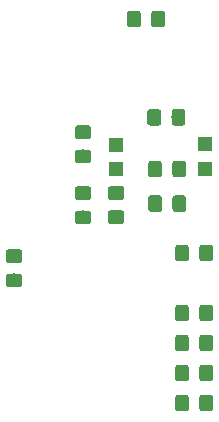
<source format=gtp>
G04 #@! TF.GenerationSoftware,KiCad,Pcbnew,(5.1.2)-2*
G04 #@! TF.CreationDate,2019-07-28T18:44:43-04:00*
G04 #@! TF.ProjectId,LED-Music,4c45442d-4d75-4736-9963-2e6b69636164,rev?*
G04 #@! TF.SameCoordinates,Original*
G04 #@! TF.FileFunction,Paste,Top*
G04 #@! TF.FilePolarity,Positive*
%FSLAX46Y46*%
G04 Gerber Fmt 4.6, Leading zero omitted, Abs format (unit mm)*
G04 Created by KiCad (PCBNEW (5.1.2)-2) date 2019-07-28 18:44:43*
%MOMM*%
%LPD*%
G04 APERTURE LIST*
%ADD10C,0.100000*%
%ADD11C,1.150000*%
%ADD12R,1.200000X1.200000*%
G04 APERTURE END LIST*
D10*
G36*
X152731505Y-73215204D02*
G01*
X152755773Y-73218804D01*
X152779572Y-73224765D01*
X152802671Y-73233030D01*
X152824850Y-73243520D01*
X152845893Y-73256132D01*
X152865599Y-73270747D01*
X152883777Y-73287223D01*
X152900253Y-73305401D01*
X152914868Y-73325107D01*
X152927480Y-73346150D01*
X152937970Y-73368329D01*
X152946235Y-73391428D01*
X152952196Y-73415227D01*
X152955796Y-73439495D01*
X152957000Y-73463999D01*
X152957000Y-74364001D01*
X152955796Y-74388505D01*
X152952196Y-74412773D01*
X152946235Y-74436572D01*
X152937970Y-74459671D01*
X152927480Y-74481850D01*
X152914868Y-74502893D01*
X152900253Y-74522599D01*
X152883777Y-74540777D01*
X152865599Y-74557253D01*
X152845893Y-74571868D01*
X152824850Y-74584480D01*
X152802671Y-74594970D01*
X152779572Y-74603235D01*
X152755773Y-74609196D01*
X152731505Y-74612796D01*
X152707001Y-74614000D01*
X152056999Y-74614000D01*
X152032495Y-74612796D01*
X152008227Y-74609196D01*
X151984428Y-74603235D01*
X151961329Y-74594970D01*
X151939150Y-74584480D01*
X151918107Y-74571868D01*
X151898401Y-74557253D01*
X151880223Y-74540777D01*
X151863747Y-74522599D01*
X151849132Y-74502893D01*
X151836520Y-74481850D01*
X151826030Y-74459671D01*
X151817765Y-74436572D01*
X151811804Y-74412773D01*
X151808204Y-74388505D01*
X151807000Y-74364001D01*
X151807000Y-73463999D01*
X151808204Y-73439495D01*
X151811804Y-73415227D01*
X151817765Y-73391428D01*
X151826030Y-73368329D01*
X151836520Y-73346150D01*
X151849132Y-73325107D01*
X151863747Y-73305401D01*
X151880223Y-73287223D01*
X151898401Y-73270747D01*
X151918107Y-73256132D01*
X151939150Y-73243520D01*
X151961329Y-73233030D01*
X151984428Y-73224765D01*
X152008227Y-73218804D01*
X152032495Y-73215204D01*
X152056999Y-73214000D01*
X152707001Y-73214000D01*
X152731505Y-73215204D01*
X152731505Y-73215204D01*
G37*
D11*
X152382000Y-73914000D03*
D10*
G36*
X154781505Y-73215204D02*
G01*
X154805773Y-73218804D01*
X154829572Y-73224765D01*
X154852671Y-73233030D01*
X154874850Y-73243520D01*
X154895893Y-73256132D01*
X154915599Y-73270747D01*
X154933777Y-73287223D01*
X154950253Y-73305401D01*
X154964868Y-73325107D01*
X154977480Y-73346150D01*
X154987970Y-73368329D01*
X154996235Y-73391428D01*
X155002196Y-73415227D01*
X155005796Y-73439495D01*
X155007000Y-73463999D01*
X155007000Y-74364001D01*
X155005796Y-74388505D01*
X155002196Y-74412773D01*
X154996235Y-74436572D01*
X154987970Y-74459671D01*
X154977480Y-74481850D01*
X154964868Y-74502893D01*
X154950253Y-74522599D01*
X154933777Y-74540777D01*
X154915599Y-74557253D01*
X154895893Y-74571868D01*
X154874850Y-74584480D01*
X154852671Y-74594970D01*
X154829572Y-74603235D01*
X154805773Y-74609196D01*
X154781505Y-74612796D01*
X154757001Y-74614000D01*
X154106999Y-74614000D01*
X154082495Y-74612796D01*
X154058227Y-74609196D01*
X154034428Y-74603235D01*
X154011329Y-74594970D01*
X153989150Y-74584480D01*
X153968107Y-74571868D01*
X153948401Y-74557253D01*
X153930223Y-74540777D01*
X153913747Y-74522599D01*
X153899132Y-74502893D01*
X153886520Y-74481850D01*
X153876030Y-74459671D01*
X153867765Y-74436572D01*
X153861804Y-74412773D01*
X153858204Y-74388505D01*
X153857000Y-74364001D01*
X153857000Y-73463999D01*
X153858204Y-73439495D01*
X153861804Y-73415227D01*
X153867765Y-73391428D01*
X153876030Y-73368329D01*
X153886520Y-73346150D01*
X153899132Y-73325107D01*
X153913747Y-73305401D01*
X153930223Y-73287223D01*
X153948401Y-73270747D01*
X153968107Y-73256132D01*
X153989150Y-73243520D01*
X154011329Y-73233030D01*
X154034428Y-73224765D01*
X154058227Y-73218804D01*
X154082495Y-73215204D01*
X154106999Y-73214000D01*
X154757001Y-73214000D01*
X154781505Y-73215204D01*
X154781505Y-73215204D01*
G37*
D11*
X154432000Y-73914000D03*
D12*
X150876000Y-86648000D03*
X150876000Y-84548000D03*
D10*
G36*
X151350505Y-90113204D02*
G01*
X151374773Y-90116804D01*
X151398572Y-90122765D01*
X151421671Y-90131030D01*
X151443850Y-90141520D01*
X151464893Y-90154132D01*
X151484599Y-90168747D01*
X151502777Y-90185223D01*
X151519253Y-90203401D01*
X151533868Y-90223107D01*
X151546480Y-90244150D01*
X151556970Y-90266329D01*
X151565235Y-90289428D01*
X151571196Y-90313227D01*
X151574796Y-90337495D01*
X151576000Y-90361999D01*
X151576000Y-91012001D01*
X151574796Y-91036505D01*
X151571196Y-91060773D01*
X151565235Y-91084572D01*
X151556970Y-91107671D01*
X151546480Y-91129850D01*
X151533868Y-91150893D01*
X151519253Y-91170599D01*
X151502777Y-91188777D01*
X151484599Y-91205253D01*
X151464893Y-91219868D01*
X151443850Y-91232480D01*
X151421671Y-91242970D01*
X151398572Y-91251235D01*
X151374773Y-91257196D01*
X151350505Y-91260796D01*
X151326001Y-91262000D01*
X150425999Y-91262000D01*
X150401495Y-91260796D01*
X150377227Y-91257196D01*
X150353428Y-91251235D01*
X150330329Y-91242970D01*
X150308150Y-91232480D01*
X150287107Y-91219868D01*
X150267401Y-91205253D01*
X150249223Y-91188777D01*
X150232747Y-91170599D01*
X150218132Y-91150893D01*
X150205520Y-91129850D01*
X150195030Y-91107671D01*
X150186765Y-91084572D01*
X150180804Y-91060773D01*
X150177204Y-91036505D01*
X150176000Y-91012001D01*
X150176000Y-90361999D01*
X150177204Y-90337495D01*
X150180804Y-90313227D01*
X150186765Y-90289428D01*
X150195030Y-90266329D01*
X150205520Y-90244150D01*
X150218132Y-90223107D01*
X150232747Y-90203401D01*
X150249223Y-90185223D01*
X150267401Y-90168747D01*
X150287107Y-90154132D01*
X150308150Y-90141520D01*
X150330329Y-90131030D01*
X150353428Y-90122765D01*
X150377227Y-90116804D01*
X150401495Y-90113204D01*
X150425999Y-90112000D01*
X151326001Y-90112000D01*
X151350505Y-90113204D01*
X151350505Y-90113204D01*
G37*
D11*
X150876000Y-90687000D03*
D10*
G36*
X151350505Y-88063204D02*
G01*
X151374773Y-88066804D01*
X151398572Y-88072765D01*
X151421671Y-88081030D01*
X151443850Y-88091520D01*
X151464893Y-88104132D01*
X151484599Y-88118747D01*
X151502777Y-88135223D01*
X151519253Y-88153401D01*
X151533868Y-88173107D01*
X151546480Y-88194150D01*
X151556970Y-88216329D01*
X151565235Y-88239428D01*
X151571196Y-88263227D01*
X151574796Y-88287495D01*
X151576000Y-88311999D01*
X151576000Y-88962001D01*
X151574796Y-88986505D01*
X151571196Y-89010773D01*
X151565235Y-89034572D01*
X151556970Y-89057671D01*
X151546480Y-89079850D01*
X151533868Y-89100893D01*
X151519253Y-89120599D01*
X151502777Y-89138777D01*
X151484599Y-89155253D01*
X151464893Y-89169868D01*
X151443850Y-89182480D01*
X151421671Y-89192970D01*
X151398572Y-89201235D01*
X151374773Y-89207196D01*
X151350505Y-89210796D01*
X151326001Y-89212000D01*
X150425999Y-89212000D01*
X150401495Y-89210796D01*
X150377227Y-89207196D01*
X150353428Y-89201235D01*
X150330329Y-89192970D01*
X150308150Y-89182480D01*
X150287107Y-89169868D01*
X150267401Y-89155253D01*
X150249223Y-89138777D01*
X150232747Y-89120599D01*
X150218132Y-89100893D01*
X150205520Y-89079850D01*
X150195030Y-89057671D01*
X150186765Y-89034572D01*
X150180804Y-89010773D01*
X150177204Y-88986505D01*
X150176000Y-88962001D01*
X150176000Y-88311999D01*
X150177204Y-88287495D01*
X150180804Y-88263227D01*
X150186765Y-88239428D01*
X150195030Y-88216329D01*
X150205520Y-88194150D01*
X150218132Y-88173107D01*
X150232747Y-88153401D01*
X150249223Y-88135223D01*
X150267401Y-88118747D01*
X150287107Y-88104132D01*
X150308150Y-88091520D01*
X150330329Y-88081030D01*
X150353428Y-88072765D01*
X150377227Y-88066804D01*
X150401495Y-88063204D01*
X150425999Y-88062000D01*
X151326001Y-88062000D01*
X151350505Y-88063204D01*
X151350505Y-88063204D01*
G37*
D11*
X150876000Y-88637000D03*
D10*
G36*
X142714505Y-93406204D02*
G01*
X142738773Y-93409804D01*
X142762572Y-93415765D01*
X142785671Y-93424030D01*
X142807850Y-93434520D01*
X142828893Y-93447132D01*
X142848599Y-93461747D01*
X142866777Y-93478223D01*
X142883253Y-93496401D01*
X142897868Y-93516107D01*
X142910480Y-93537150D01*
X142920970Y-93559329D01*
X142929235Y-93582428D01*
X142935196Y-93606227D01*
X142938796Y-93630495D01*
X142940000Y-93654999D01*
X142940000Y-94305001D01*
X142938796Y-94329505D01*
X142935196Y-94353773D01*
X142929235Y-94377572D01*
X142920970Y-94400671D01*
X142910480Y-94422850D01*
X142897868Y-94443893D01*
X142883253Y-94463599D01*
X142866777Y-94481777D01*
X142848599Y-94498253D01*
X142828893Y-94512868D01*
X142807850Y-94525480D01*
X142785671Y-94535970D01*
X142762572Y-94544235D01*
X142738773Y-94550196D01*
X142714505Y-94553796D01*
X142690001Y-94555000D01*
X141789999Y-94555000D01*
X141765495Y-94553796D01*
X141741227Y-94550196D01*
X141717428Y-94544235D01*
X141694329Y-94535970D01*
X141672150Y-94525480D01*
X141651107Y-94512868D01*
X141631401Y-94498253D01*
X141613223Y-94481777D01*
X141596747Y-94463599D01*
X141582132Y-94443893D01*
X141569520Y-94422850D01*
X141559030Y-94400671D01*
X141550765Y-94377572D01*
X141544804Y-94353773D01*
X141541204Y-94329505D01*
X141540000Y-94305001D01*
X141540000Y-93654999D01*
X141541204Y-93630495D01*
X141544804Y-93606227D01*
X141550765Y-93582428D01*
X141559030Y-93559329D01*
X141569520Y-93537150D01*
X141582132Y-93516107D01*
X141596747Y-93496401D01*
X141613223Y-93478223D01*
X141631401Y-93461747D01*
X141651107Y-93447132D01*
X141672150Y-93434520D01*
X141694329Y-93424030D01*
X141717428Y-93415765D01*
X141741227Y-93409804D01*
X141765495Y-93406204D01*
X141789999Y-93405000D01*
X142690001Y-93405000D01*
X142714505Y-93406204D01*
X142714505Y-93406204D01*
G37*
D11*
X142240000Y-93980000D03*
D10*
G36*
X142714505Y-95456204D02*
G01*
X142738773Y-95459804D01*
X142762572Y-95465765D01*
X142785671Y-95474030D01*
X142807850Y-95484520D01*
X142828893Y-95497132D01*
X142848599Y-95511747D01*
X142866777Y-95528223D01*
X142883253Y-95546401D01*
X142897868Y-95566107D01*
X142910480Y-95587150D01*
X142920970Y-95609329D01*
X142929235Y-95632428D01*
X142935196Y-95656227D01*
X142938796Y-95680495D01*
X142940000Y-95704999D01*
X142940000Y-96355001D01*
X142938796Y-96379505D01*
X142935196Y-96403773D01*
X142929235Y-96427572D01*
X142920970Y-96450671D01*
X142910480Y-96472850D01*
X142897868Y-96493893D01*
X142883253Y-96513599D01*
X142866777Y-96531777D01*
X142848599Y-96548253D01*
X142828893Y-96562868D01*
X142807850Y-96575480D01*
X142785671Y-96585970D01*
X142762572Y-96594235D01*
X142738773Y-96600196D01*
X142714505Y-96603796D01*
X142690001Y-96605000D01*
X141789999Y-96605000D01*
X141765495Y-96603796D01*
X141741227Y-96600196D01*
X141717428Y-96594235D01*
X141694329Y-96585970D01*
X141672150Y-96575480D01*
X141651107Y-96562868D01*
X141631401Y-96548253D01*
X141613223Y-96531777D01*
X141596747Y-96513599D01*
X141582132Y-96493893D01*
X141569520Y-96472850D01*
X141559030Y-96450671D01*
X141550765Y-96427572D01*
X141544804Y-96403773D01*
X141541204Y-96379505D01*
X141540000Y-96355001D01*
X141540000Y-95704999D01*
X141541204Y-95680495D01*
X141544804Y-95656227D01*
X141550765Y-95632428D01*
X141559030Y-95609329D01*
X141569520Y-95587150D01*
X141582132Y-95566107D01*
X141596747Y-95546401D01*
X141613223Y-95528223D01*
X141631401Y-95511747D01*
X141651107Y-95497132D01*
X141672150Y-95484520D01*
X141694329Y-95474030D01*
X141717428Y-95465765D01*
X141741227Y-95459804D01*
X141765495Y-95456204D01*
X141789999Y-95455000D01*
X142690001Y-95455000D01*
X142714505Y-95456204D01*
X142714505Y-95456204D01*
G37*
D11*
X142240000Y-96030000D03*
D10*
G36*
X156577505Y-88836204D02*
G01*
X156601773Y-88839804D01*
X156625572Y-88845765D01*
X156648671Y-88854030D01*
X156670850Y-88864520D01*
X156691893Y-88877132D01*
X156711599Y-88891747D01*
X156729777Y-88908223D01*
X156746253Y-88926401D01*
X156760868Y-88946107D01*
X156773480Y-88967150D01*
X156783970Y-88989329D01*
X156792235Y-89012428D01*
X156798196Y-89036227D01*
X156801796Y-89060495D01*
X156803000Y-89084999D01*
X156803000Y-89985001D01*
X156801796Y-90009505D01*
X156798196Y-90033773D01*
X156792235Y-90057572D01*
X156783970Y-90080671D01*
X156773480Y-90102850D01*
X156760868Y-90123893D01*
X156746253Y-90143599D01*
X156729777Y-90161777D01*
X156711599Y-90178253D01*
X156691893Y-90192868D01*
X156670850Y-90205480D01*
X156648671Y-90215970D01*
X156625572Y-90224235D01*
X156601773Y-90230196D01*
X156577505Y-90233796D01*
X156553001Y-90235000D01*
X155902999Y-90235000D01*
X155878495Y-90233796D01*
X155854227Y-90230196D01*
X155830428Y-90224235D01*
X155807329Y-90215970D01*
X155785150Y-90205480D01*
X155764107Y-90192868D01*
X155744401Y-90178253D01*
X155726223Y-90161777D01*
X155709747Y-90143599D01*
X155695132Y-90123893D01*
X155682520Y-90102850D01*
X155672030Y-90080671D01*
X155663765Y-90057572D01*
X155657804Y-90033773D01*
X155654204Y-90009505D01*
X155653000Y-89985001D01*
X155653000Y-89084999D01*
X155654204Y-89060495D01*
X155657804Y-89036227D01*
X155663765Y-89012428D01*
X155672030Y-88989329D01*
X155682520Y-88967150D01*
X155695132Y-88946107D01*
X155709747Y-88926401D01*
X155726223Y-88908223D01*
X155744401Y-88891747D01*
X155764107Y-88877132D01*
X155785150Y-88864520D01*
X155807329Y-88854030D01*
X155830428Y-88845765D01*
X155854227Y-88839804D01*
X155878495Y-88836204D01*
X155902999Y-88835000D01*
X156553001Y-88835000D01*
X156577505Y-88836204D01*
X156577505Y-88836204D01*
G37*
D11*
X156228000Y-89535000D03*
D10*
G36*
X154527505Y-88836204D02*
G01*
X154551773Y-88839804D01*
X154575572Y-88845765D01*
X154598671Y-88854030D01*
X154620850Y-88864520D01*
X154641893Y-88877132D01*
X154661599Y-88891747D01*
X154679777Y-88908223D01*
X154696253Y-88926401D01*
X154710868Y-88946107D01*
X154723480Y-88967150D01*
X154733970Y-88989329D01*
X154742235Y-89012428D01*
X154748196Y-89036227D01*
X154751796Y-89060495D01*
X154753000Y-89084999D01*
X154753000Y-89985001D01*
X154751796Y-90009505D01*
X154748196Y-90033773D01*
X154742235Y-90057572D01*
X154733970Y-90080671D01*
X154723480Y-90102850D01*
X154710868Y-90123893D01*
X154696253Y-90143599D01*
X154679777Y-90161777D01*
X154661599Y-90178253D01*
X154641893Y-90192868D01*
X154620850Y-90205480D01*
X154598671Y-90215970D01*
X154575572Y-90224235D01*
X154551773Y-90230196D01*
X154527505Y-90233796D01*
X154503001Y-90235000D01*
X153852999Y-90235000D01*
X153828495Y-90233796D01*
X153804227Y-90230196D01*
X153780428Y-90224235D01*
X153757329Y-90215970D01*
X153735150Y-90205480D01*
X153714107Y-90192868D01*
X153694401Y-90178253D01*
X153676223Y-90161777D01*
X153659747Y-90143599D01*
X153645132Y-90123893D01*
X153632520Y-90102850D01*
X153622030Y-90080671D01*
X153613765Y-90057572D01*
X153607804Y-90033773D01*
X153604204Y-90009505D01*
X153603000Y-89985001D01*
X153603000Y-89084999D01*
X153604204Y-89060495D01*
X153607804Y-89036227D01*
X153613765Y-89012428D01*
X153622030Y-88989329D01*
X153632520Y-88967150D01*
X153645132Y-88946107D01*
X153659747Y-88926401D01*
X153676223Y-88908223D01*
X153694401Y-88891747D01*
X153714107Y-88877132D01*
X153735150Y-88864520D01*
X153757329Y-88854030D01*
X153780428Y-88845765D01*
X153804227Y-88839804D01*
X153828495Y-88836204D01*
X153852999Y-88835000D01*
X154503001Y-88835000D01*
X154527505Y-88836204D01*
X154527505Y-88836204D01*
G37*
D11*
X154178000Y-89535000D03*
D10*
G36*
X156804505Y-105727204D02*
G01*
X156828773Y-105730804D01*
X156852572Y-105736765D01*
X156875671Y-105745030D01*
X156897850Y-105755520D01*
X156918893Y-105768132D01*
X156938599Y-105782747D01*
X156956777Y-105799223D01*
X156973253Y-105817401D01*
X156987868Y-105837107D01*
X157000480Y-105858150D01*
X157010970Y-105880329D01*
X157019235Y-105903428D01*
X157025196Y-105927227D01*
X157028796Y-105951495D01*
X157030000Y-105975999D01*
X157030000Y-106876001D01*
X157028796Y-106900505D01*
X157025196Y-106924773D01*
X157019235Y-106948572D01*
X157010970Y-106971671D01*
X157000480Y-106993850D01*
X156987868Y-107014893D01*
X156973253Y-107034599D01*
X156956777Y-107052777D01*
X156938599Y-107069253D01*
X156918893Y-107083868D01*
X156897850Y-107096480D01*
X156875671Y-107106970D01*
X156852572Y-107115235D01*
X156828773Y-107121196D01*
X156804505Y-107124796D01*
X156780001Y-107126000D01*
X156129999Y-107126000D01*
X156105495Y-107124796D01*
X156081227Y-107121196D01*
X156057428Y-107115235D01*
X156034329Y-107106970D01*
X156012150Y-107096480D01*
X155991107Y-107083868D01*
X155971401Y-107069253D01*
X155953223Y-107052777D01*
X155936747Y-107034599D01*
X155922132Y-107014893D01*
X155909520Y-106993850D01*
X155899030Y-106971671D01*
X155890765Y-106948572D01*
X155884804Y-106924773D01*
X155881204Y-106900505D01*
X155880000Y-106876001D01*
X155880000Y-105975999D01*
X155881204Y-105951495D01*
X155884804Y-105927227D01*
X155890765Y-105903428D01*
X155899030Y-105880329D01*
X155909520Y-105858150D01*
X155922132Y-105837107D01*
X155936747Y-105817401D01*
X155953223Y-105799223D01*
X155971401Y-105782747D01*
X155991107Y-105768132D01*
X156012150Y-105755520D01*
X156034329Y-105745030D01*
X156057428Y-105736765D01*
X156081227Y-105730804D01*
X156105495Y-105727204D01*
X156129999Y-105726000D01*
X156780001Y-105726000D01*
X156804505Y-105727204D01*
X156804505Y-105727204D01*
G37*
D11*
X156455000Y-106426000D03*
D10*
G36*
X158854505Y-105727204D02*
G01*
X158878773Y-105730804D01*
X158902572Y-105736765D01*
X158925671Y-105745030D01*
X158947850Y-105755520D01*
X158968893Y-105768132D01*
X158988599Y-105782747D01*
X159006777Y-105799223D01*
X159023253Y-105817401D01*
X159037868Y-105837107D01*
X159050480Y-105858150D01*
X159060970Y-105880329D01*
X159069235Y-105903428D01*
X159075196Y-105927227D01*
X159078796Y-105951495D01*
X159080000Y-105975999D01*
X159080000Y-106876001D01*
X159078796Y-106900505D01*
X159075196Y-106924773D01*
X159069235Y-106948572D01*
X159060970Y-106971671D01*
X159050480Y-106993850D01*
X159037868Y-107014893D01*
X159023253Y-107034599D01*
X159006777Y-107052777D01*
X158988599Y-107069253D01*
X158968893Y-107083868D01*
X158947850Y-107096480D01*
X158925671Y-107106970D01*
X158902572Y-107115235D01*
X158878773Y-107121196D01*
X158854505Y-107124796D01*
X158830001Y-107126000D01*
X158179999Y-107126000D01*
X158155495Y-107124796D01*
X158131227Y-107121196D01*
X158107428Y-107115235D01*
X158084329Y-107106970D01*
X158062150Y-107096480D01*
X158041107Y-107083868D01*
X158021401Y-107069253D01*
X158003223Y-107052777D01*
X157986747Y-107034599D01*
X157972132Y-107014893D01*
X157959520Y-106993850D01*
X157949030Y-106971671D01*
X157940765Y-106948572D01*
X157934804Y-106924773D01*
X157931204Y-106900505D01*
X157930000Y-106876001D01*
X157930000Y-105975999D01*
X157931204Y-105951495D01*
X157934804Y-105927227D01*
X157940765Y-105903428D01*
X157949030Y-105880329D01*
X157959520Y-105858150D01*
X157972132Y-105837107D01*
X157986747Y-105817401D01*
X158003223Y-105799223D01*
X158021401Y-105782747D01*
X158041107Y-105768132D01*
X158062150Y-105755520D01*
X158084329Y-105745030D01*
X158107428Y-105736765D01*
X158131227Y-105730804D01*
X158155495Y-105727204D01*
X158179999Y-105726000D01*
X158830001Y-105726000D01*
X158854505Y-105727204D01*
X158854505Y-105727204D01*
G37*
D11*
X158505000Y-106426000D03*
D10*
G36*
X156804505Y-103187204D02*
G01*
X156828773Y-103190804D01*
X156852572Y-103196765D01*
X156875671Y-103205030D01*
X156897850Y-103215520D01*
X156918893Y-103228132D01*
X156938599Y-103242747D01*
X156956777Y-103259223D01*
X156973253Y-103277401D01*
X156987868Y-103297107D01*
X157000480Y-103318150D01*
X157010970Y-103340329D01*
X157019235Y-103363428D01*
X157025196Y-103387227D01*
X157028796Y-103411495D01*
X157030000Y-103435999D01*
X157030000Y-104336001D01*
X157028796Y-104360505D01*
X157025196Y-104384773D01*
X157019235Y-104408572D01*
X157010970Y-104431671D01*
X157000480Y-104453850D01*
X156987868Y-104474893D01*
X156973253Y-104494599D01*
X156956777Y-104512777D01*
X156938599Y-104529253D01*
X156918893Y-104543868D01*
X156897850Y-104556480D01*
X156875671Y-104566970D01*
X156852572Y-104575235D01*
X156828773Y-104581196D01*
X156804505Y-104584796D01*
X156780001Y-104586000D01*
X156129999Y-104586000D01*
X156105495Y-104584796D01*
X156081227Y-104581196D01*
X156057428Y-104575235D01*
X156034329Y-104566970D01*
X156012150Y-104556480D01*
X155991107Y-104543868D01*
X155971401Y-104529253D01*
X155953223Y-104512777D01*
X155936747Y-104494599D01*
X155922132Y-104474893D01*
X155909520Y-104453850D01*
X155899030Y-104431671D01*
X155890765Y-104408572D01*
X155884804Y-104384773D01*
X155881204Y-104360505D01*
X155880000Y-104336001D01*
X155880000Y-103435999D01*
X155881204Y-103411495D01*
X155884804Y-103387227D01*
X155890765Y-103363428D01*
X155899030Y-103340329D01*
X155909520Y-103318150D01*
X155922132Y-103297107D01*
X155936747Y-103277401D01*
X155953223Y-103259223D01*
X155971401Y-103242747D01*
X155991107Y-103228132D01*
X156012150Y-103215520D01*
X156034329Y-103205030D01*
X156057428Y-103196765D01*
X156081227Y-103190804D01*
X156105495Y-103187204D01*
X156129999Y-103186000D01*
X156780001Y-103186000D01*
X156804505Y-103187204D01*
X156804505Y-103187204D01*
G37*
D11*
X156455000Y-103886000D03*
D10*
G36*
X158854505Y-103187204D02*
G01*
X158878773Y-103190804D01*
X158902572Y-103196765D01*
X158925671Y-103205030D01*
X158947850Y-103215520D01*
X158968893Y-103228132D01*
X158988599Y-103242747D01*
X159006777Y-103259223D01*
X159023253Y-103277401D01*
X159037868Y-103297107D01*
X159050480Y-103318150D01*
X159060970Y-103340329D01*
X159069235Y-103363428D01*
X159075196Y-103387227D01*
X159078796Y-103411495D01*
X159080000Y-103435999D01*
X159080000Y-104336001D01*
X159078796Y-104360505D01*
X159075196Y-104384773D01*
X159069235Y-104408572D01*
X159060970Y-104431671D01*
X159050480Y-104453850D01*
X159037868Y-104474893D01*
X159023253Y-104494599D01*
X159006777Y-104512777D01*
X158988599Y-104529253D01*
X158968893Y-104543868D01*
X158947850Y-104556480D01*
X158925671Y-104566970D01*
X158902572Y-104575235D01*
X158878773Y-104581196D01*
X158854505Y-104584796D01*
X158830001Y-104586000D01*
X158179999Y-104586000D01*
X158155495Y-104584796D01*
X158131227Y-104581196D01*
X158107428Y-104575235D01*
X158084329Y-104566970D01*
X158062150Y-104556480D01*
X158041107Y-104543868D01*
X158021401Y-104529253D01*
X158003223Y-104512777D01*
X157986747Y-104494599D01*
X157972132Y-104474893D01*
X157959520Y-104453850D01*
X157949030Y-104431671D01*
X157940765Y-104408572D01*
X157934804Y-104384773D01*
X157931204Y-104360505D01*
X157930000Y-104336001D01*
X157930000Y-103435999D01*
X157931204Y-103411495D01*
X157934804Y-103387227D01*
X157940765Y-103363428D01*
X157949030Y-103340329D01*
X157959520Y-103318150D01*
X157972132Y-103297107D01*
X157986747Y-103277401D01*
X158003223Y-103259223D01*
X158021401Y-103242747D01*
X158041107Y-103228132D01*
X158062150Y-103215520D01*
X158084329Y-103205030D01*
X158107428Y-103196765D01*
X158131227Y-103190804D01*
X158155495Y-103187204D01*
X158179999Y-103186000D01*
X158830001Y-103186000D01*
X158854505Y-103187204D01*
X158854505Y-103187204D01*
G37*
D11*
X158505000Y-103886000D03*
D10*
G36*
X154518505Y-85915204D02*
G01*
X154542773Y-85918804D01*
X154566572Y-85924765D01*
X154589671Y-85933030D01*
X154611850Y-85943520D01*
X154632893Y-85956132D01*
X154652599Y-85970747D01*
X154670777Y-85987223D01*
X154687253Y-86005401D01*
X154701868Y-86025107D01*
X154714480Y-86046150D01*
X154724970Y-86068329D01*
X154733235Y-86091428D01*
X154739196Y-86115227D01*
X154742796Y-86139495D01*
X154744000Y-86163999D01*
X154744000Y-87064001D01*
X154742796Y-87088505D01*
X154739196Y-87112773D01*
X154733235Y-87136572D01*
X154724970Y-87159671D01*
X154714480Y-87181850D01*
X154701868Y-87202893D01*
X154687253Y-87222599D01*
X154670777Y-87240777D01*
X154652599Y-87257253D01*
X154632893Y-87271868D01*
X154611850Y-87284480D01*
X154589671Y-87294970D01*
X154566572Y-87303235D01*
X154542773Y-87309196D01*
X154518505Y-87312796D01*
X154494001Y-87314000D01*
X153843999Y-87314000D01*
X153819495Y-87312796D01*
X153795227Y-87309196D01*
X153771428Y-87303235D01*
X153748329Y-87294970D01*
X153726150Y-87284480D01*
X153705107Y-87271868D01*
X153685401Y-87257253D01*
X153667223Y-87240777D01*
X153650747Y-87222599D01*
X153636132Y-87202893D01*
X153623520Y-87181850D01*
X153613030Y-87159671D01*
X153604765Y-87136572D01*
X153598804Y-87112773D01*
X153595204Y-87088505D01*
X153594000Y-87064001D01*
X153594000Y-86163999D01*
X153595204Y-86139495D01*
X153598804Y-86115227D01*
X153604765Y-86091428D01*
X153613030Y-86068329D01*
X153623520Y-86046150D01*
X153636132Y-86025107D01*
X153650747Y-86005401D01*
X153667223Y-85987223D01*
X153685401Y-85970747D01*
X153705107Y-85956132D01*
X153726150Y-85943520D01*
X153748329Y-85933030D01*
X153771428Y-85924765D01*
X153795227Y-85918804D01*
X153819495Y-85915204D01*
X153843999Y-85914000D01*
X154494001Y-85914000D01*
X154518505Y-85915204D01*
X154518505Y-85915204D01*
G37*
D11*
X154169000Y-86614000D03*
D10*
G36*
X156568505Y-85915204D02*
G01*
X156592773Y-85918804D01*
X156616572Y-85924765D01*
X156639671Y-85933030D01*
X156661850Y-85943520D01*
X156682893Y-85956132D01*
X156702599Y-85970747D01*
X156720777Y-85987223D01*
X156737253Y-86005401D01*
X156751868Y-86025107D01*
X156764480Y-86046150D01*
X156774970Y-86068329D01*
X156783235Y-86091428D01*
X156789196Y-86115227D01*
X156792796Y-86139495D01*
X156794000Y-86163999D01*
X156794000Y-87064001D01*
X156792796Y-87088505D01*
X156789196Y-87112773D01*
X156783235Y-87136572D01*
X156774970Y-87159671D01*
X156764480Y-87181850D01*
X156751868Y-87202893D01*
X156737253Y-87222599D01*
X156720777Y-87240777D01*
X156702599Y-87257253D01*
X156682893Y-87271868D01*
X156661850Y-87284480D01*
X156639671Y-87294970D01*
X156616572Y-87303235D01*
X156592773Y-87309196D01*
X156568505Y-87312796D01*
X156544001Y-87314000D01*
X155893999Y-87314000D01*
X155869495Y-87312796D01*
X155845227Y-87309196D01*
X155821428Y-87303235D01*
X155798329Y-87294970D01*
X155776150Y-87284480D01*
X155755107Y-87271868D01*
X155735401Y-87257253D01*
X155717223Y-87240777D01*
X155700747Y-87222599D01*
X155686132Y-87202893D01*
X155673520Y-87181850D01*
X155663030Y-87159671D01*
X155654765Y-87136572D01*
X155648804Y-87112773D01*
X155645204Y-87088505D01*
X155644000Y-87064001D01*
X155644000Y-86163999D01*
X155645204Y-86139495D01*
X155648804Y-86115227D01*
X155654765Y-86091428D01*
X155663030Y-86068329D01*
X155673520Y-86046150D01*
X155686132Y-86025107D01*
X155700747Y-86005401D01*
X155717223Y-85987223D01*
X155735401Y-85970747D01*
X155755107Y-85956132D01*
X155776150Y-85943520D01*
X155798329Y-85933030D01*
X155821428Y-85924765D01*
X155845227Y-85918804D01*
X155869495Y-85915204D01*
X155893999Y-85914000D01*
X156544001Y-85914000D01*
X156568505Y-85915204D01*
X156568505Y-85915204D01*
G37*
D11*
X156219000Y-86614000D03*
D12*
X158369000Y-86614000D03*
X158369000Y-84514000D03*
D10*
G36*
X158854505Y-98107204D02*
G01*
X158878773Y-98110804D01*
X158902572Y-98116765D01*
X158925671Y-98125030D01*
X158947850Y-98135520D01*
X158968893Y-98148132D01*
X158988599Y-98162747D01*
X159006777Y-98179223D01*
X159023253Y-98197401D01*
X159037868Y-98217107D01*
X159050480Y-98238150D01*
X159060970Y-98260329D01*
X159069235Y-98283428D01*
X159075196Y-98307227D01*
X159078796Y-98331495D01*
X159080000Y-98355999D01*
X159080000Y-99256001D01*
X159078796Y-99280505D01*
X159075196Y-99304773D01*
X159069235Y-99328572D01*
X159060970Y-99351671D01*
X159050480Y-99373850D01*
X159037868Y-99394893D01*
X159023253Y-99414599D01*
X159006777Y-99432777D01*
X158988599Y-99449253D01*
X158968893Y-99463868D01*
X158947850Y-99476480D01*
X158925671Y-99486970D01*
X158902572Y-99495235D01*
X158878773Y-99501196D01*
X158854505Y-99504796D01*
X158830001Y-99506000D01*
X158179999Y-99506000D01*
X158155495Y-99504796D01*
X158131227Y-99501196D01*
X158107428Y-99495235D01*
X158084329Y-99486970D01*
X158062150Y-99476480D01*
X158041107Y-99463868D01*
X158021401Y-99449253D01*
X158003223Y-99432777D01*
X157986747Y-99414599D01*
X157972132Y-99394893D01*
X157959520Y-99373850D01*
X157949030Y-99351671D01*
X157940765Y-99328572D01*
X157934804Y-99304773D01*
X157931204Y-99280505D01*
X157930000Y-99256001D01*
X157930000Y-98355999D01*
X157931204Y-98331495D01*
X157934804Y-98307227D01*
X157940765Y-98283428D01*
X157949030Y-98260329D01*
X157959520Y-98238150D01*
X157972132Y-98217107D01*
X157986747Y-98197401D01*
X158003223Y-98179223D01*
X158021401Y-98162747D01*
X158041107Y-98148132D01*
X158062150Y-98135520D01*
X158084329Y-98125030D01*
X158107428Y-98116765D01*
X158131227Y-98110804D01*
X158155495Y-98107204D01*
X158179999Y-98106000D01*
X158830001Y-98106000D01*
X158854505Y-98107204D01*
X158854505Y-98107204D01*
G37*
D11*
X158505000Y-98806000D03*
D10*
G36*
X156804505Y-98107204D02*
G01*
X156828773Y-98110804D01*
X156852572Y-98116765D01*
X156875671Y-98125030D01*
X156897850Y-98135520D01*
X156918893Y-98148132D01*
X156938599Y-98162747D01*
X156956777Y-98179223D01*
X156973253Y-98197401D01*
X156987868Y-98217107D01*
X157000480Y-98238150D01*
X157010970Y-98260329D01*
X157019235Y-98283428D01*
X157025196Y-98307227D01*
X157028796Y-98331495D01*
X157030000Y-98355999D01*
X157030000Y-99256001D01*
X157028796Y-99280505D01*
X157025196Y-99304773D01*
X157019235Y-99328572D01*
X157010970Y-99351671D01*
X157000480Y-99373850D01*
X156987868Y-99394893D01*
X156973253Y-99414599D01*
X156956777Y-99432777D01*
X156938599Y-99449253D01*
X156918893Y-99463868D01*
X156897850Y-99476480D01*
X156875671Y-99486970D01*
X156852572Y-99495235D01*
X156828773Y-99501196D01*
X156804505Y-99504796D01*
X156780001Y-99506000D01*
X156129999Y-99506000D01*
X156105495Y-99504796D01*
X156081227Y-99501196D01*
X156057428Y-99495235D01*
X156034329Y-99486970D01*
X156012150Y-99476480D01*
X155991107Y-99463868D01*
X155971401Y-99449253D01*
X155953223Y-99432777D01*
X155936747Y-99414599D01*
X155922132Y-99394893D01*
X155909520Y-99373850D01*
X155899030Y-99351671D01*
X155890765Y-99328572D01*
X155884804Y-99304773D01*
X155881204Y-99280505D01*
X155880000Y-99256001D01*
X155880000Y-98355999D01*
X155881204Y-98331495D01*
X155884804Y-98307227D01*
X155890765Y-98283428D01*
X155899030Y-98260329D01*
X155909520Y-98238150D01*
X155922132Y-98217107D01*
X155936747Y-98197401D01*
X155953223Y-98179223D01*
X155971401Y-98162747D01*
X155991107Y-98148132D01*
X156012150Y-98135520D01*
X156034329Y-98125030D01*
X156057428Y-98116765D01*
X156081227Y-98110804D01*
X156105495Y-98107204D01*
X156129999Y-98106000D01*
X156780001Y-98106000D01*
X156804505Y-98107204D01*
X156804505Y-98107204D01*
G37*
D11*
X156455000Y-98806000D03*
D10*
G36*
X156804505Y-93027204D02*
G01*
X156828773Y-93030804D01*
X156852572Y-93036765D01*
X156875671Y-93045030D01*
X156897850Y-93055520D01*
X156918893Y-93068132D01*
X156938599Y-93082747D01*
X156956777Y-93099223D01*
X156973253Y-93117401D01*
X156987868Y-93137107D01*
X157000480Y-93158150D01*
X157010970Y-93180329D01*
X157019235Y-93203428D01*
X157025196Y-93227227D01*
X157028796Y-93251495D01*
X157030000Y-93275999D01*
X157030000Y-94176001D01*
X157028796Y-94200505D01*
X157025196Y-94224773D01*
X157019235Y-94248572D01*
X157010970Y-94271671D01*
X157000480Y-94293850D01*
X156987868Y-94314893D01*
X156973253Y-94334599D01*
X156956777Y-94352777D01*
X156938599Y-94369253D01*
X156918893Y-94383868D01*
X156897850Y-94396480D01*
X156875671Y-94406970D01*
X156852572Y-94415235D01*
X156828773Y-94421196D01*
X156804505Y-94424796D01*
X156780001Y-94426000D01*
X156129999Y-94426000D01*
X156105495Y-94424796D01*
X156081227Y-94421196D01*
X156057428Y-94415235D01*
X156034329Y-94406970D01*
X156012150Y-94396480D01*
X155991107Y-94383868D01*
X155971401Y-94369253D01*
X155953223Y-94352777D01*
X155936747Y-94334599D01*
X155922132Y-94314893D01*
X155909520Y-94293850D01*
X155899030Y-94271671D01*
X155890765Y-94248572D01*
X155884804Y-94224773D01*
X155881204Y-94200505D01*
X155880000Y-94176001D01*
X155880000Y-93275999D01*
X155881204Y-93251495D01*
X155884804Y-93227227D01*
X155890765Y-93203428D01*
X155899030Y-93180329D01*
X155909520Y-93158150D01*
X155922132Y-93137107D01*
X155936747Y-93117401D01*
X155953223Y-93099223D01*
X155971401Y-93082747D01*
X155991107Y-93068132D01*
X156012150Y-93055520D01*
X156034329Y-93045030D01*
X156057428Y-93036765D01*
X156081227Y-93030804D01*
X156105495Y-93027204D01*
X156129999Y-93026000D01*
X156780001Y-93026000D01*
X156804505Y-93027204D01*
X156804505Y-93027204D01*
G37*
D11*
X156455000Y-93726000D03*
D10*
G36*
X158854505Y-93027204D02*
G01*
X158878773Y-93030804D01*
X158902572Y-93036765D01*
X158925671Y-93045030D01*
X158947850Y-93055520D01*
X158968893Y-93068132D01*
X158988599Y-93082747D01*
X159006777Y-93099223D01*
X159023253Y-93117401D01*
X159037868Y-93137107D01*
X159050480Y-93158150D01*
X159060970Y-93180329D01*
X159069235Y-93203428D01*
X159075196Y-93227227D01*
X159078796Y-93251495D01*
X159080000Y-93275999D01*
X159080000Y-94176001D01*
X159078796Y-94200505D01*
X159075196Y-94224773D01*
X159069235Y-94248572D01*
X159060970Y-94271671D01*
X159050480Y-94293850D01*
X159037868Y-94314893D01*
X159023253Y-94334599D01*
X159006777Y-94352777D01*
X158988599Y-94369253D01*
X158968893Y-94383868D01*
X158947850Y-94396480D01*
X158925671Y-94406970D01*
X158902572Y-94415235D01*
X158878773Y-94421196D01*
X158854505Y-94424796D01*
X158830001Y-94426000D01*
X158179999Y-94426000D01*
X158155495Y-94424796D01*
X158131227Y-94421196D01*
X158107428Y-94415235D01*
X158084329Y-94406970D01*
X158062150Y-94396480D01*
X158041107Y-94383868D01*
X158021401Y-94369253D01*
X158003223Y-94352777D01*
X157986747Y-94334599D01*
X157972132Y-94314893D01*
X157959520Y-94293850D01*
X157949030Y-94271671D01*
X157940765Y-94248572D01*
X157934804Y-94224773D01*
X157931204Y-94200505D01*
X157930000Y-94176001D01*
X157930000Y-93275999D01*
X157931204Y-93251495D01*
X157934804Y-93227227D01*
X157940765Y-93203428D01*
X157949030Y-93180329D01*
X157959520Y-93158150D01*
X157972132Y-93137107D01*
X157986747Y-93117401D01*
X158003223Y-93099223D01*
X158021401Y-93082747D01*
X158041107Y-93068132D01*
X158062150Y-93055520D01*
X158084329Y-93045030D01*
X158107428Y-93036765D01*
X158131227Y-93030804D01*
X158155495Y-93027204D01*
X158179999Y-93026000D01*
X158830001Y-93026000D01*
X158854505Y-93027204D01*
X158854505Y-93027204D01*
G37*
D11*
X158505000Y-93726000D03*
D10*
G36*
X158854505Y-100647204D02*
G01*
X158878773Y-100650804D01*
X158902572Y-100656765D01*
X158925671Y-100665030D01*
X158947850Y-100675520D01*
X158968893Y-100688132D01*
X158988599Y-100702747D01*
X159006777Y-100719223D01*
X159023253Y-100737401D01*
X159037868Y-100757107D01*
X159050480Y-100778150D01*
X159060970Y-100800329D01*
X159069235Y-100823428D01*
X159075196Y-100847227D01*
X159078796Y-100871495D01*
X159080000Y-100895999D01*
X159080000Y-101796001D01*
X159078796Y-101820505D01*
X159075196Y-101844773D01*
X159069235Y-101868572D01*
X159060970Y-101891671D01*
X159050480Y-101913850D01*
X159037868Y-101934893D01*
X159023253Y-101954599D01*
X159006777Y-101972777D01*
X158988599Y-101989253D01*
X158968893Y-102003868D01*
X158947850Y-102016480D01*
X158925671Y-102026970D01*
X158902572Y-102035235D01*
X158878773Y-102041196D01*
X158854505Y-102044796D01*
X158830001Y-102046000D01*
X158179999Y-102046000D01*
X158155495Y-102044796D01*
X158131227Y-102041196D01*
X158107428Y-102035235D01*
X158084329Y-102026970D01*
X158062150Y-102016480D01*
X158041107Y-102003868D01*
X158021401Y-101989253D01*
X158003223Y-101972777D01*
X157986747Y-101954599D01*
X157972132Y-101934893D01*
X157959520Y-101913850D01*
X157949030Y-101891671D01*
X157940765Y-101868572D01*
X157934804Y-101844773D01*
X157931204Y-101820505D01*
X157930000Y-101796001D01*
X157930000Y-100895999D01*
X157931204Y-100871495D01*
X157934804Y-100847227D01*
X157940765Y-100823428D01*
X157949030Y-100800329D01*
X157959520Y-100778150D01*
X157972132Y-100757107D01*
X157986747Y-100737401D01*
X158003223Y-100719223D01*
X158021401Y-100702747D01*
X158041107Y-100688132D01*
X158062150Y-100675520D01*
X158084329Y-100665030D01*
X158107428Y-100656765D01*
X158131227Y-100650804D01*
X158155495Y-100647204D01*
X158179999Y-100646000D01*
X158830001Y-100646000D01*
X158854505Y-100647204D01*
X158854505Y-100647204D01*
G37*
D11*
X158505000Y-101346000D03*
D10*
G36*
X156804505Y-100647204D02*
G01*
X156828773Y-100650804D01*
X156852572Y-100656765D01*
X156875671Y-100665030D01*
X156897850Y-100675520D01*
X156918893Y-100688132D01*
X156938599Y-100702747D01*
X156956777Y-100719223D01*
X156973253Y-100737401D01*
X156987868Y-100757107D01*
X157000480Y-100778150D01*
X157010970Y-100800329D01*
X157019235Y-100823428D01*
X157025196Y-100847227D01*
X157028796Y-100871495D01*
X157030000Y-100895999D01*
X157030000Y-101796001D01*
X157028796Y-101820505D01*
X157025196Y-101844773D01*
X157019235Y-101868572D01*
X157010970Y-101891671D01*
X157000480Y-101913850D01*
X156987868Y-101934893D01*
X156973253Y-101954599D01*
X156956777Y-101972777D01*
X156938599Y-101989253D01*
X156918893Y-102003868D01*
X156897850Y-102016480D01*
X156875671Y-102026970D01*
X156852572Y-102035235D01*
X156828773Y-102041196D01*
X156804505Y-102044796D01*
X156780001Y-102046000D01*
X156129999Y-102046000D01*
X156105495Y-102044796D01*
X156081227Y-102041196D01*
X156057428Y-102035235D01*
X156034329Y-102026970D01*
X156012150Y-102016480D01*
X155991107Y-102003868D01*
X155971401Y-101989253D01*
X155953223Y-101972777D01*
X155936747Y-101954599D01*
X155922132Y-101934893D01*
X155909520Y-101913850D01*
X155899030Y-101891671D01*
X155890765Y-101868572D01*
X155884804Y-101844773D01*
X155881204Y-101820505D01*
X155880000Y-101796001D01*
X155880000Y-100895999D01*
X155881204Y-100871495D01*
X155884804Y-100847227D01*
X155890765Y-100823428D01*
X155899030Y-100800329D01*
X155909520Y-100778150D01*
X155922132Y-100757107D01*
X155936747Y-100737401D01*
X155953223Y-100719223D01*
X155971401Y-100702747D01*
X155991107Y-100688132D01*
X156012150Y-100675520D01*
X156034329Y-100665030D01*
X156057428Y-100656765D01*
X156081227Y-100650804D01*
X156105495Y-100647204D01*
X156129999Y-100646000D01*
X156780001Y-100646000D01*
X156804505Y-100647204D01*
X156804505Y-100647204D01*
G37*
D11*
X156455000Y-101346000D03*
D10*
G36*
X148556505Y-84969704D02*
G01*
X148580773Y-84973304D01*
X148604572Y-84979265D01*
X148627671Y-84987530D01*
X148649850Y-84998020D01*
X148670893Y-85010632D01*
X148690599Y-85025247D01*
X148708777Y-85041723D01*
X148725253Y-85059901D01*
X148739868Y-85079607D01*
X148752480Y-85100650D01*
X148762970Y-85122829D01*
X148771235Y-85145928D01*
X148777196Y-85169727D01*
X148780796Y-85193995D01*
X148782000Y-85218499D01*
X148782000Y-85868501D01*
X148780796Y-85893005D01*
X148777196Y-85917273D01*
X148771235Y-85941072D01*
X148762970Y-85964171D01*
X148752480Y-85986350D01*
X148739868Y-86007393D01*
X148725253Y-86027099D01*
X148708777Y-86045277D01*
X148690599Y-86061753D01*
X148670893Y-86076368D01*
X148649850Y-86088980D01*
X148627671Y-86099470D01*
X148604572Y-86107735D01*
X148580773Y-86113696D01*
X148556505Y-86117296D01*
X148532001Y-86118500D01*
X147631999Y-86118500D01*
X147607495Y-86117296D01*
X147583227Y-86113696D01*
X147559428Y-86107735D01*
X147536329Y-86099470D01*
X147514150Y-86088980D01*
X147493107Y-86076368D01*
X147473401Y-86061753D01*
X147455223Y-86045277D01*
X147438747Y-86027099D01*
X147424132Y-86007393D01*
X147411520Y-85986350D01*
X147401030Y-85964171D01*
X147392765Y-85941072D01*
X147386804Y-85917273D01*
X147383204Y-85893005D01*
X147382000Y-85868501D01*
X147382000Y-85218499D01*
X147383204Y-85193995D01*
X147386804Y-85169727D01*
X147392765Y-85145928D01*
X147401030Y-85122829D01*
X147411520Y-85100650D01*
X147424132Y-85079607D01*
X147438747Y-85059901D01*
X147455223Y-85041723D01*
X147473401Y-85025247D01*
X147493107Y-85010632D01*
X147514150Y-84998020D01*
X147536329Y-84987530D01*
X147559428Y-84979265D01*
X147583227Y-84973304D01*
X147607495Y-84969704D01*
X147631999Y-84968500D01*
X148532001Y-84968500D01*
X148556505Y-84969704D01*
X148556505Y-84969704D01*
G37*
D11*
X148082000Y-85543500D03*
D10*
G36*
X148556505Y-82919704D02*
G01*
X148580773Y-82923304D01*
X148604572Y-82929265D01*
X148627671Y-82937530D01*
X148649850Y-82948020D01*
X148670893Y-82960632D01*
X148690599Y-82975247D01*
X148708777Y-82991723D01*
X148725253Y-83009901D01*
X148739868Y-83029607D01*
X148752480Y-83050650D01*
X148762970Y-83072829D01*
X148771235Y-83095928D01*
X148777196Y-83119727D01*
X148780796Y-83143995D01*
X148782000Y-83168499D01*
X148782000Y-83818501D01*
X148780796Y-83843005D01*
X148777196Y-83867273D01*
X148771235Y-83891072D01*
X148762970Y-83914171D01*
X148752480Y-83936350D01*
X148739868Y-83957393D01*
X148725253Y-83977099D01*
X148708777Y-83995277D01*
X148690599Y-84011753D01*
X148670893Y-84026368D01*
X148649850Y-84038980D01*
X148627671Y-84049470D01*
X148604572Y-84057735D01*
X148580773Y-84063696D01*
X148556505Y-84067296D01*
X148532001Y-84068500D01*
X147631999Y-84068500D01*
X147607495Y-84067296D01*
X147583227Y-84063696D01*
X147559428Y-84057735D01*
X147536329Y-84049470D01*
X147514150Y-84038980D01*
X147493107Y-84026368D01*
X147473401Y-84011753D01*
X147455223Y-83995277D01*
X147438747Y-83977099D01*
X147424132Y-83957393D01*
X147411520Y-83936350D01*
X147401030Y-83914171D01*
X147392765Y-83891072D01*
X147386804Y-83867273D01*
X147383204Y-83843005D01*
X147382000Y-83818501D01*
X147382000Y-83168499D01*
X147383204Y-83143995D01*
X147386804Y-83119727D01*
X147392765Y-83095928D01*
X147401030Y-83072829D01*
X147411520Y-83050650D01*
X147424132Y-83029607D01*
X147438747Y-83009901D01*
X147455223Y-82991723D01*
X147473401Y-82975247D01*
X147493107Y-82960632D01*
X147514150Y-82948020D01*
X147536329Y-82937530D01*
X147559428Y-82929265D01*
X147583227Y-82923304D01*
X147607495Y-82919704D01*
X147631999Y-82918500D01*
X148532001Y-82918500D01*
X148556505Y-82919704D01*
X148556505Y-82919704D01*
G37*
D11*
X148082000Y-83493500D03*
D10*
G36*
X148556505Y-88072204D02*
G01*
X148580773Y-88075804D01*
X148604572Y-88081765D01*
X148627671Y-88090030D01*
X148649850Y-88100520D01*
X148670893Y-88113132D01*
X148690599Y-88127747D01*
X148708777Y-88144223D01*
X148725253Y-88162401D01*
X148739868Y-88182107D01*
X148752480Y-88203150D01*
X148762970Y-88225329D01*
X148771235Y-88248428D01*
X148777196Y-88272227D01*
X148780796Y-88296495D01*
X148782000Y-88320999D01*
X148782000Y-88971001D01*
X148780796Y-88995505D01*
X148777196Y-89019773D01*
X148771235Y-89043572D01*
X148762970Y-89066671D01*
X148752480Y-89088850D01*
X148739868Y-89109893D01*
X148725253Y-89129599D01*
X148708777Y-89147777D01*
X148690599Y-89164253D01*
X148670893Y-89178868D01*
X148649850Y-89191480D01*
X148627671Y-89201970D01*
X148604572Y-89210235D01*
X148580773Y-89216196D01*
X148556505Y-89219796D01*
X148532001Y-89221000D01*
X147631999Y-89221000D01*
X147607495Y-89219796D01*
X147583227Y-89216196D01*
X147559428Y-89210235D01*
X147536329Y-89201970D01*
X147514150Y-89191480D01*
X147493107Y-89178868D01*
X147473401Y-89164253D01*
X147455223Y-89147777D01*
X147438747Y-89129599D01*
X147424132Y-89109893D01*
X147411520Y-89088850D01*
X147401030Y-89066671D01*
X147392765Y-89043572D01*
X147386804Y-89019773D01*
X147383204Y-88995505D01*
X147382000Y-88971001D01*
X147382000Y-88320999D01*
X147383204Y-88296495D01*
X147386804Y-88272227D01*
X147392765Y-88248428D01*
X147401030Y-88225329D01*
X147411520Y-88203150D01*
X147424132Y-88182107D01*
X147438747Y-88162401D01*
X147455223Y-88144223D01*
X147473401Y-88127747D01*
X147493107Y-88113132D01*
X147514150Y-88100520D01*
X147536329Y-88090030D01*
X147559428Y-88081765D01*
X147583227Y-88075804D01*
X147607495Y-88072204D01*
X147631999Y-88071000D01*
X148532001Y-88071000D01*
X148556505Y-88072204D01*
X148556505Y-88072204D01*
G37*
D11*
X148082000Y-88646000D03*
D10*
G36*
X148556505Y-90122204D02*
G01*
X148580773Y-90125804D01*
X148604572Y-90131765D01*
X148627671Y-90140030D01*
X148649850Y-90150520D01*
X148670893Y-90163132D01*
X148690599Y-90177747D01*
X148708777Y-90194223D01*
X148725253Y-90212401D01*
X148739868Y-90232107D01*
X148752480Y-90253150D01*
X148762970Y-90275329D01*
X148771235Y-90298428D01*
X148777196Y-90322227D01*
X148780796Y-90346495D01*
X148782000Y-90370999D01*
X148782000Y-91021001D01*
X148780796Y-91045505D01*
X148777196Y-91069773D01*
X148771235Y-91093572D01*
X148762970Y-91116671D01*
X148752480Y-91138850D01*
X148739868Y-91159893D01*
X148725253Y-91179599D01*
X148708777Y-91197777D01*
X148690599Y-91214253D01*
X148670893Y-91228868D01*
X148649850Y-91241480D01*
X148627671Y-91251970D01*
X148604572Y-91260235D01*
X148580773Y-91266196D01*
X148556505Y-91269796D01*
X148532001Y-91271000D01*
X147631999Y-91271000D01*
X147607495Y-91269796D01*
X147583227Y-91266196D01*
X147559428Y-91260235D01*
X147536329Y-91251970D01*
X147514150Y-91241480D01*
X147493107Y-91228868D01*
X147473401Y-91214253D01*
X147455223Y-91197777D01*
X147438747Y-91179599D01*
X147424132Y-91159893D01*
X147411520Y-91138850D01*
X147401030Y-91116671D01*
X147392765Y-91093572D01*
X147386804Y-91069773D01*
X147383204Y-91045505D01*
X147382000Y-91021001D01*
X147382000Y-90370999D01*
X147383204Y-90346495D01*
X147386804Y-90322227D01*
X147392765Y-90298428D01*
X147401030Y-90275329D01*
X147411520Y-90253150D01*
X147424132Y-90232107D01*
X147438747Y-90212401D01*
X147455223Y-90194223D01*
X147473401Y-90177747D01*
X147493107Y-90163132D01*
X147514150Y-90150520D01*
X147536329Y-90140030D01*
X147559428Y-90131765D01*
X147583227Y-90125804D01*
X147607495Y-90122204D01*
X147631999Y-90121000D01*
X148532001Y-90121000D01*
X148556505Y-90122204D01*
X148556505Y-90122204D01*
G37*
D11*
X148082000Y-90696000D03*
D10*
G36*
X156505005Y-81533704D02*
G01*
X156529273Y-81537304D01*
X156553072Y-81543265D01*
X156576171Y-81551530D01*
X156598350Y-81562020D01*
X156619393Y-81574632D01*
X156639099Y-81589247D01*
X156657277Y-81605723D01*
X156673753Y-81623901D01*
X156688368Y-81643607D01*
X156700980Y-81664650D01*
X156711470Y-81686829D01*
X156719735Y-81709928D01*
X156725696Y-81733727D01*
X156729296Y-81757995D01*
X156730500Y-81782499D01*
X156730500Y-82682501D01*
X156729296Y-82707005D01*
X156725696Y-82731273D01*
X156719735Y-82755072D01*
X156711470Y-82778171D01*
X156700980Y-82800350D01*
X156688368Y-82821393D01*
X156673753Y-82841099D01*
X156657277Y-82859277D01*
X156639099Y-82875753D01*
X156619393Y-82890368D01*
X156598350Y-82902980D01*
X156576171Y-82913470D01*
X156553072Y-82921735D01*
X156529273Y-82927696D01*
X156505005Y-82931296D01*
X156480501Y-82932500D01*
X155830499Y-82932500D01*
X155805995Y-82931296D01*
X155781727Y-82927696D01*
X155757928Y-82921735D01*
X155734829Y-82913470D01*
X155712650Y-82902980D01*
X155691607Y-82890368D01*
X155671901Y-82875753D01*
X155653723Y-82859277D01*
X155637247Y-82841099D01*
X155622632Y-82821393D01*
X155610020Y-82800350D01*
X155599530Y-82778171D01*
X155591265Y-82755072D01*
X155585304Y-82731273D01*
X155581704Y-82707005D01*
X155580500Y-82682501D01*
X155580500Y-81782499D01*
X155581704Y-81757995D01*
X155585304Y-81733727D01*
X155591265Y-81709928D01*
X155599530Y-81686829D01*
X155610020Y-81664650D01*
X155622632Y-81643607D01*
X155637247Y-81623901D01*
X155653723Y-81605723D01*
X155671901Y-81589247D01*
X155691607Y-81574632D01*
X155712650Y-81562020D01*
X155734829Y-81551530D01*
X155757928Y-81543265D01*
X155781727Y-81537304D01*
X155805995Y-81533704D01*
X155830499Y-81532500D01*
X156480501Y-81532500D01*
X156505005Y-81533704D01*
X156505005Y-81533704D01*
G37*
D11*
X156155500Y-82232500D03*
D10*
G36*
X154455005Y-81533704D02*
G01*
X154479273Y-81537304D01*
X154503072Y-81543265D01*
X154526171Y-81551530D01*
X154548350Y-81562020D01*
X154569393Y-81574632D01*
X154589099Y-81589247D01*
X154607277Y-81605723D01*
X154623753Y-81623901D01*
X154638368Y-81643607D01*
X154650980Y-81664650D01*
X154661470Y-81686829D01*
X154669735Y-81709928D01*
X154675696Y-81733727D01*
X154679296Y-81757995D01*
X154680500Y-81782499D01*
X154680500Y-82682501D01*
X154679296Y-82707005D01*
X154675696Y-82731273D01*
X154669735Y-82755072D01*
X154661470Y-82778171D01*
X154650980Y-82800350D01*
X154638368Y-82821393D01*
X154623753Y-82841099D01*
X154607277Y-82859277D01*
X154589099Y-82875753D01*
X154569393Y-82890368D01*
X154548350Y-82902980D01*
X154526171Y-82913470D01*
X154503072Y-82921735D01*
X154479273Y-82927696D01*
X154455005Y-82931296D01*
X154430501Y-82932500D01*
X153780499Y-82932500D01*
X153755995Y-82931296D01*
X153731727Y-82927696D01*
X153707928Y-82921735D01*
X153684829Y-82913470D01*
X153662650Y-82902980D01*
X153641607Y-82890368D01*
X153621901Y-82875753D01*
X153603723Y-82859277D01*
X153587247Y-82841099D01*
X153572632Y-82821393D01*
X153560020Y-82800350D01*
X153549530Y-82778171D01*
X153541265Y-82755072D01*
X153535304Y-82731273D01*
X153531704Y-82707005D01*
X153530500Y-82682501D01*
X153530500Y-81782499D01*
X153531704Y-81757995D01*
X153535304Y-81733727D01*
X153541265Y-81709928D01*
X153549530Y-81686829D01*
X153560020Y-81664650D01*
X153572632Y-81643607D01*
X153587247Y-81623901D01*
X153603723Y-81605723D01*
X153621901Y-81589247D01*
X153641607Y-81574632D01*
X153662650Y-81562020D01*
X153684829Y-81551530D01*
X153707928Y-81543265D01*
X153731727Y-81537304D01*
X153755995Y-81533704D01*
X153780499Y-81532500D01*
X154430501Y-81532500D01*
X154455005Y-81533704D01*
X154455005Y-81533704D01*
G37*
D11*
X154105500Y-82232500D03*
M02*

</source>
